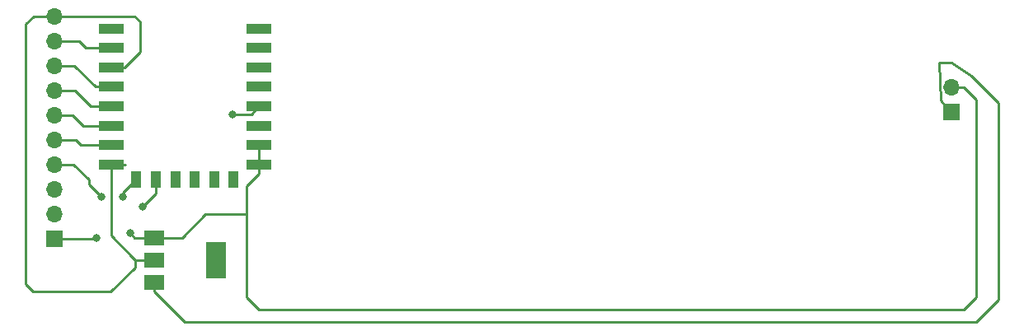
<source format=gbr>
%TF.GenerationSoftware,KiCad,Pcbnew,(5.1.12-1-10_14)*%
%TF.CreationDate,2022-08-29T01:00:24+02:00*%
%TF.ProjectId,esp-wireless-charging,6573702d-7769-4726-956c-6573732d6368,rev?*%
%TF.SameCoordinates,Original*%
%TF.FileFunction,Copper,L1,Top*%
%TF.FilePolarity,Positive*%
%FSLAX46Y46*%
G04 Gerber Fmt 4.6, Leading zero omitted, Abs format (unit mm)*
G04 Created by KiCad (PCBNEW (5.1.12-1-10_14)) date 2022-08-29 01:00:24*
%MOMM*%
%LPD*%
G01*
G04 APERTURE LIST*
%TA.AperFunction,SMDPad,CuDef*%
%ADD10R,2.500000X1.000000*%
%TD*%
%TA.AperFunction,SMDPad,CuDef*%
%ADD11R,1.000000X1.800000*%
%TD*%
%TA.AperFunction,ComponentPad*%
%ADD12O,1.700000X1.700000*%
%TD*%
%TA.AperFunction,ComponentPad*%
%ADD13R,1.700000X1.700000*%
%TD*%
%TA.AperFunction,SMDPad,CuDef*%
%ADD14R,2.000000X3.800000*%
%TD*%
%TA.AperFunction,SMDPad,CuDef*%
%ADD15R,2.000000X1.500000*%
%TD*%
%TA.AperFunction,ViaPad*%
%ADD16C,0.800000*%
%TD*%
%TA.AperFunction,Conductor*%
%ADD17C,0.250000*%
%TD*%
G04 APERTURE END LIST*
D10*
%TO.P,U1,1*%
%TO.N,Net-(U1-Pad1)*%
X95270000Y-56190000D03*
%TO.P,U1,2*%
%TO.N,Net-(J2-Pad9)*%
X95270000Y-58190000D03*
%TO.P,U1,3*%
%TO.N,Net-(J2-Pad10)*%
X95270000Y-60190000D03*
%TO.P,U1,4*%
%TO.N,Net-(J2-Pad8)*%
X95270000Y-62190000D03*
%TO.P,U1,5*%
%TO.N,Net-(J2-Pad7)*%
X95270000Y-64190000D03*
%TO.P,U1,6*%
%TO.N,Net-(J2-Pad6)*%
X95270000Y-66190000D03*
%TO.P,U1,7*%
%TO.N,Net-(J2-Pad5)*%
X95270000Y-68190000D03*
%TO.P,U1,8*%
%TO.N,Net-(J2-Pad10)*%
X95270000Y-70190000D03*
D11*
%TO.P,U1,9*%
%TO.N,Net-(J2-Pad4)*%
X97870000Y-71690000D03*
%TO.P,U1,10*%
%TO.N,Net-(J2-Pad3)*%
X99870000Y-71690000D03*
%TO.P,U1,11*%
%TO.N,Net-(U1-Pad11)*%
X101870000Y-71690000D03*
%TO.P,U1,12*%
%TO.N,Net-(U1-Pad12)*%
X103870000Y-71690000D03*
%TO.P,U1,13*%
%TO.N,Net-(U1-Pad13)*%
X105870000Y-71690000D03*
%TO.P,U1,14*%
%TO.N,Net-(U1-Pad14)*%
X107870000Y-71690000D03*
D10*
%TO.P,U1,15*%
%TO.N,Net-(J1-Pad2)*%
X110470000Y-70190000D03*
%TO.P,U1,16*%
X110470000Y-68190000D03*
%TO.P,U1,17*%
%TO.N,Net-(U1-Pad17)*%
X110470000Y-66190000D03*
%TO.P,U1,18*%
%TO.N,Net-(J2-Pad2)*%
X110470000Y-64190000D03*
%TO.P,U1,19*%
%TO.N,Net-(U1-Pad19)*%
X110470000Y-62190000D03*
%TO.P,U1,20*%
%TO.N,Net-(U1-Pad20)*%
X110470000Y-60190000D03*
%TO.P,U1,21*%
%TO.N,Net-(U1-Pad21)*%
X110470000Y-58190000D03*
%TO.P,U1,22*%
%TO.N,Net-(U1-Pad22)*%
X110470000Y-56190000D03*
%TD*%
D12*
%TO.P,J2,10*%
%TO.N,Net-(J2-Pad10)*%
X89500000Y-54930000D03*
%TO.P,J2,9*%
%TO.N,Net-(J2-Pad9)*%
X89500000Y-57470000D03*
%TO.P,J2,8*%
%TO.N,Net-(J2-Pad8)*%
X89500000Y-60010000D03*
%TO.P,J2,7*%
%TO.N,Net-(J2-Pad7)*%
X89500000Y-62550000D03*
%TO.P,J2,6*%
%TO.N,Net-(J2-Pad6)*%
X89500000Y-65090000D03*
%TO.P,J2,5*%
%TO.N,Net-(J2-Pad5)*%
X89500000Y-67630000D03*
%TO.P,J2,4*%
%TO.N,Net-(J2-Pad4)*%
X89500000Y-70170000D03*
%TO.P,J2,3*%
%TO.N,Net-(J2-Pad3)*%
X89500000Y-72710000D03*
%TO.P,J2,2*%
%TO.N,Net-(J2-Pad2)*%
X89500000Y-75250000D03*
D13*
%TO.P,J2,1*%
%TO.N,Net-(J1-Pad2)*%
X89500000Y-77790000D03*
%TD*%
%TO.P,J1,1*%
%TO.N,Net-(J1-Pad1)*%
X181610000Y-64770000D03*
D12*
%TO.P,J1,2*%
%TO.N,Net-(J1-Pad2)*%
X181610000Y-62230000D03*
%TD*%
D14*
%TO.P,U2,2*%
%TO.N,Net-(J2-Pad10)*%
X106020000Y-80010000D03*
D15*
X99720000Y-80010000D03*
%TO.P,U2,3*%
%TO.N,Net-(J1-Pad1)*%
X99720000Y-82310000D03*
%TO.P,U2,1*%
%TO.N,Net-(J1-Pad2)*%
X99720000Y-77710000D03*
%TD*%
D16*
%TO.N,Net-(J1-Pad2)*%
X93750000Y-77750000D03*
X97250000Y-77250000D03*
%TO.N,Net-(J2-Pad4)*%
X94250000Y-73500000D03*
X96500000Y-73500000D03*
%TO.N,Net-(J2-Pad3)*%
X98500000Y-74500000D03*
%TO.N,Net-(J2-Pad2)*%
X107750000Y-65000000D03*
%TD*%
D17*
%TO.N,Net-(J1-Pad1)*%
X180434999Y-63594999D02*
X181610000Y-64770000D01*
X180340000Y-59690000D02*
X180434999Y-63594999D01*
X181610000Y-59690000D02*
X180340000Y-59690000D01*
X186407990Y-84102010D02*
X186407990Y-63851580D01*
X183611409Y-61054999D02*
X181610000Y-59690000D01*
X186407990Y-63851580D02*
X183611409Y-61054999D01*
X184150000Y-86360000D02*
X186407990Y-84102010D01*
X102870000Y-86360000D02*
X184150000Y-86360000D01*
X99720000Y-83210000D02*
X102870000Y-86360000D01*
X99720000Y-82310000D02*
X99720000Y-83210000D01*
%TO.N,Net-(J1-Pad2)*%
X109220000Y-72390000D02*
X110470000Y-71140000D01*
X110470000Y-71140000D02*
X110470000Y-70190000D01*
X110470000Y-68190000D02*
X110470000Y-70190000D01*
X109220000Y-73660000D02*
X109220000Y-72390000D01*
X110490000Y-85090000D02*
X109220000Y-83820000D01*
X182880000Y-85090000D02*
X110490000Y-85090000D01*
X184150000Y-83820000D02*
X182880000Y-85090000D01*
X184150000Y-63500000D02*
X184150000Y-83820000D01*
X182880000Y-62230000D02*
X184150000Y-63500000D01*
X181610000Y-62230000D02*
X182880000Y-62230000D01*
X93710000Y-77790000D02*
X93750000Y-77750000D01*
X89500000Y-77790000D02*
X93710000Y-77790000D01*
X97710000Y-77710000D02*
X99720000Y-77710000D01*
X97250000Y-77250000D02*
X97710000Y-77710000D01*
X99720000Y-77710000D02*
X102540000Y-77710000D01*
X104970000Y-75280000D02*
X109220000Y-75280000D01*
X102540000Y-77710000D02*
X104970000Y-75280000D01*
X109220000Y-75280000D02*
X109220000Y-73660000D01*
X109220000Y-83820000D02*
X109220000Y-75280000D01*
%TO.N,Net-(J2-Pad9)*%
X89500000Y-57470000D02*
X91970000Y-57470000D01*
X92690000Y-58190000D02*
X95270000Y-58190000D01*
X91970000Y-57470000D02*
X92690000Y-58190000D01*
%TO.N,Net-(J2-Pad8)*%
X93690000Y-62190000D02*
X95270000Y-62190000D01*
X91510000Y-60010000D02*
X93690000Y-62190000D01*
X89500000Y-60010000D02*
X91510000Y-60010000D01*
%TO.N,Net-(J2-Pad7)*%
X89500000Y-62550000D02*
X91550000Y-62550000D01*
X93190000Y-64190000D02*
X95270000Y-64190000D01*
X91550000Y-62550000D02*
X93190000Y-64190000D01*
%TO.N,Net-(J2-Pad6)*%
X89500000Y-65090000D02*
X91340000Y-65090000D01*
X92440000Y-66190000D02*
X95270000Y-66190000D01*
X91340000Y-65090000D02*
X92440000Y-66190000D01*
%TO.N,Net-(J2-Pad5)*%
X89500000Y-67630000D02*
X91630000Y-67630000D01*
X92190000Y-68190000D02*
X95270000Y-68190000D01*
X91630000Y-67630000D02*
X92190000Y-68190000D01*
%TO.N,Net-(J2-Pad4)*%
X89500000Y-70170000D02*
X91420000Y-70170000D01*
X91420000Y-70170000D02*
X93000000Y-71750000D01*
X93000000Y-72250000D02*
X94250000Y-73500000D01*
X93000000Y-71750000D02*
X93000000Y-72250000D01*
X96500000Y-73060000D02*
X97870000Y-71690000D01*
X96500000Y-73500000D02*
X96500000Y-73060000D01*
%TO.N,Net-(J2-Pad3)*%
X99870000Y-73130000D02*
X99870000Y-71690000D01*
X98500000Y-74500000D02*
X99870000Y-73130000D01*
%TO.N,Net-(J2-Pad2)*%
X109660000Y-65000000D02*
X110470000Y-64190000D01*
X107750000Y-65000000D02*
X109660000Y-65000000D01*
%TO.N,Net-(J2-Pad10)*%
X99720000Y-80010000D02*
X97790000Y-80010000D01*
X95270000Y-77490000D02*
X95270000Y-70190000D01*
X89500000Y-54930000D02*
X87320000Y-54930000D01*
X86500000Y-55750000D02*
X86500000Y-82500000D01*
X87320000Y-54930000D02*
X86500000Y-55750000D01*
X86500000Y-82500000D02*
X87250000Y-83250000D01*
X87250000Y-83250000D02*
X95250000Y-83250000D01*
X96770000Y-70190000D02*
X95270000Y-70190000D01*
X95250000Y-83250000D02*
X97750000Y-80750000D01*
X97750000Y-80750000D02*
X97750000Y-79970000D01*
X97750000Y-79970000D02*
X97515000Y-79735000D01*
X97515000Y-79735000D02*
X95270000Y-77490000D01*
X97790000Y-80010000D02*
X97515000Y-79735000D01*
X89500000Y-54930000D02*
X97680000Y-54930000D01*
X97680000Y-54930000D02*
X98250000Y-55500000D01*
X98250000Y-55500000D02*
X98250000Y-58630000D01*
X96690000Y-60190000D02*
X96770000Y-60190000D01*
X98250000Y-58630000D02*
X96690000Y-60190000D01*
X95270000Y-60190000D02*
X96690000Y-60190000D01*
%TD*%
M02*

</source>
